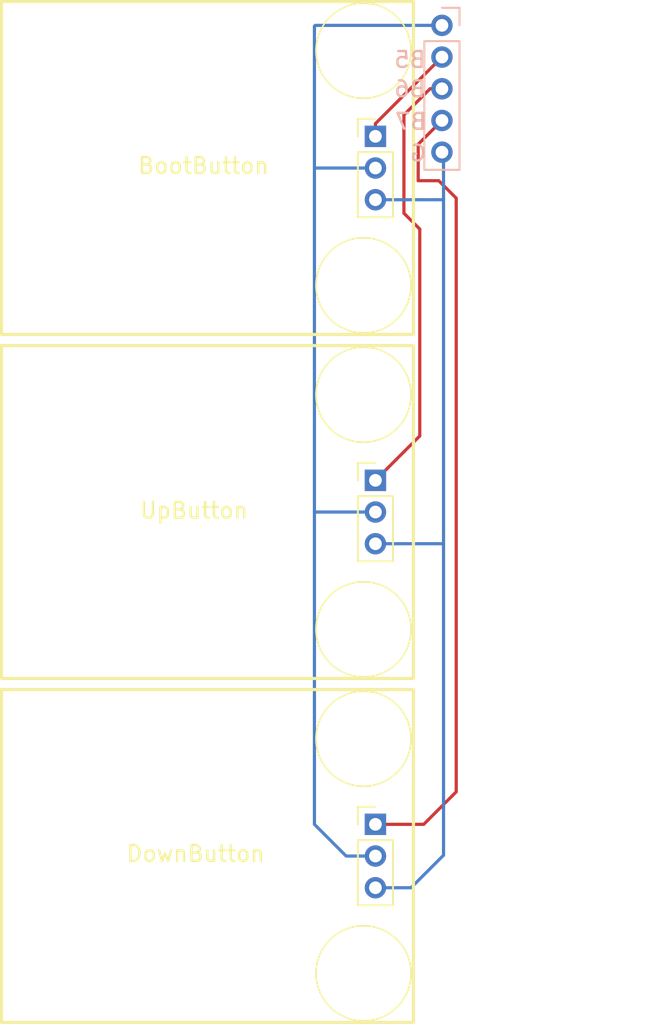
<source format=kicad_pcb>
(kicad_pcb (version 20241229) (generator "pcbnew") (generator_version "9.0")
  (layers (0 "F.Cu" signal) (2 "B.Cu" signal) (13 "F.Paste" user) (15 "B.Paste" user) (5 "F.SilkS" user "F.Silkscreen") (7 "B.SilkS" user "B.Silkscreen") (1 "F.Mask" user) (3 "B.Mask" user) (25 "Edge.Cuts" user))
  (net 0 "")
  (footprint "Connector_PinHeader_2.00mm:PinHeader_1x03_P2.00mm_Vertical" (layer "F.Cu") (at 23.9 8.8)
    (property "Reference" "BootButton" (at -10.85 1.85 0) (layer "F.SilkS"))
    (property "Value" "PinHeader_1x03_P2.00mm_Vertical")
    (fp_line (start -1.11 -1.11) (end 0 -1.11) (stroke (width 0.12)) (layer "F.SilkS"))
    (fp_line (start -1.11 0) (end -1.11 -1.11) (stroke (width 0.12)) (layer "F.SilkS"))
    (fp_line (start -1.11 1) (end -1.11 5.11) (stroke (width 0.12)) (layer "F.SilkS"))
    (fp_line (start -1.11 1) (end 1.11 1) (stroke (width 0.12)) (layer "F.SilkS"))
    (fp_line (start -1.11 5.11) (end 1.11 5.11) (stroke (width 0.12)) (layer "F.SilkS"))
    (fp_line (start 1.11 1) (end 1.11 5.11) (stroke (width 0.12)) (layer "F.SilkS"))
    (pad "1" thru_hole rect (at 0 0) (size 1.35 1.35) (drill 0.8) (layers "*.Cu" "*.Mask"))
    (pad "2" thru_hole circle (at 0 2) (size 1.35 1.35) (drill 0.8) (layers "*.Cu" "*.Mask"))
    (pad "3" thru_hole circle (at 0 4) (size 1.35 1.35) (drill 0.8) (layers "*.Cu" "*.Mask"))
  )
  (footprint "Connector_PinHeader_2.00mm:PinHeader_1x03_P2.00mm_Vertical" (layer "F.Cu") (at 23.9 52.2)
    (property "Reference" "DownButton" (at -11.35 1.85 0) (layer "F.SilkS"))
    (property "Value" "PinHeader_1x03_P2.00mm_Vertical")
    (fp_line (start -1.11 -1.11) (end 0 -1.11) (stroke (width 0.12)) (layer "F.SilkS"))
    (fp_line (start -1.11 0) (end -1.11 -1.11) (stroke (width 0.12)) (layer "F.SilkS"))
    (fp_line (start -1.11 1) (end -1.11 5.11) (stroke (width 0.12)) (layer "F.SilkS"))
    (fp_line (start -1.11 1) (end 1.11 1) (stroke (width 0.12)) (layer "F.SilkS"))
    (fp_line (start -1.11 5.11) (end 1.11 5.11) (stroke (width 0.12)) (layer "F.SilkS"))
    (fp_line (start 1.11 1) (end 1.11 5.11) (stroke (width 0.12)) (layer "F.SilkS"))
    (pad "1" thru_hole rect (at 0 0) (size 1.35 1.35) (drill 0.8) (layers "*.Cu" "*.Mask"))
    (pad "2" thru_hole circle (at 0 2) (size 1.35 1.35) (drill 0.8) (layers "*.Cu" "*.Mask"))
    (pad "3" thru_hole circle (at 0 4) (size 1.35 1.35) (drill 0.8) (layers "*.Cu" "*.Mask"))
  )
  (footprint "Connector_PinHeader_2.00mm:PinHeader_1x03_P2.00mm_Vertical" (layer "F.Cu") (at 23.9 30.5)
    (property "Reference" "UpButton" (at -11.45 1.9 0) (layer "F.SilkS"))
    (property "Value" "PinHeader_1x03_P2.00mm_Vertical")
    (fp_line (start -1.11 -1.11) (end 0 -1.11) (stroke (width 0.12)) (layer "F.SilkS"))
    (fp_line (start -1.11 0) (end -1.11 -1.11) (stroke (width 0.12)) (layer "F.SilkS"))
    (fp_line (start -1.11 1) (end -1.11 5.11) (stroke (width 0.12)) (layer "F.SilkS"))
    (fp_line (start -1.11 1) (end 1.11 1) (stroke (width 0.12)) (layer "F.SilkS"))
    (fp_line (start -1.11 5.11) (end 1.11 5.11) (stroke (width 0.12)) (layer "F.SilkS"))
    (fp_line (start 1.11 1) (end 1.11 5.11) (stroke (width 0.12)) (layer "F.SilkS"))
    (pad "1" thru_hole rect (at 0 0) (size 1.35 1.35) (drill 0.8) (layers "*.Cu" "*.Mask"))
    (pad "2" thru_hole circle (at 0 2) (size 1.35 1.35) (drill 0.8) (layers "*.Cu" "*.Mask"))
    (pad "3" thru_hole circle (at 0 4) (size 1.35 1.35) (drill 0.8) (layers "*.Cu" "*.Mask"))
  )
  (footprint "Connector_PinHeader_2.00mm:PinHeader_1x05_P2.00mm_Vertical" (layer "B.Cu") (at 28.1 1.8 180)
    (property "Reference" "REF**" (hide yes))
    (property "Value" "PinHeader_1x05_P2.00mm_Vertical")
    (fp_line (start 1.11 -1) (end 1.11 -9.11) (stroke (width 0.12)) (layer "B.SilkS"))
    (fp_line (start -1.11 1.11) (end 0 1.11) (stroke (width 0.12)) (layer "B.SilkS"))
    (fp_line (start -1.11 0) (end -1.11 1.11) (stroke (width 0.12)) (layer "B.SilkS"))
    (fp_line (start -1.11 -1) (end 1.11 -1) (stroke (width 0.12)) (layer "B.SilkS"))
    (fp_line (start -1.11 -1) (end -1.11 -9.11) (stroke (width 0.12)) (layer "B.SilkS"))
    (fp_line (start -1.11 -9.11) (end 1.11 -9.11) (stroke (width 0.12)) (layer "B.SilkS"))
    (pad "5" thru_hole circle (at 0 -2 180) (size 1.35 1.35) (drill 0.8) (layers "*.Cu" "*.Mask"))
    (pad "6" thru_hole circle (at 0 -4 180) (size 1.35 1.35) (drill 0.8) (layers "*.Cu" "*.Mask"))
    (pad "7" thru_hole circle (at 0 -6 180) (size 1.35 1.35) (drill 0.8) (layers "*.Cu" "*.Mask"))
    (pad "GND" thru_hole circle (at 0 -8 180) (size 1.35 1.35) (drill 0.8) (layers "*.Cu" "*.Mask"))
    (pad "VCC" thru_hole circle (at 0 0 180) (size 1.35 1.35) (drill 0.8) (layers "*.Cu" "*.Mask"))
  )
  (gr_rect (start 0.3 22) (end 26.3 43) (stroke (width 0.2)) (fill no) (layer "F.SilkS"))
  (gr_circle (center 23.15 61.6) (end 26.15 61.6) (stroke (width 0.1)) (fill no) (layer "F.SilkS"))
  (gr_circle (center 23.15 25.1) (end 26.15 25.1) (stroke (width 0.1)) (fill no) (layer "F.SilkS"))
  (gr_circle (center 23.15 39.9) (end 26.15 39.9) (stroke (width 0.1)) (fill no) (layer "F.SilkS"))
  (gr_rect (start 0.3 0.3) (end 26.3 21.3) (stroke (width 0.2)) (fill no) (layer "F.SilkS"))
  (gr_circle (center 23.15 18.2) (end 26.15 18.2) (stroke (width 0.1)) (fill no) (layer "F.SilkS"))
  (gr_circle (center 23.15 3.4) (end 26.15 3.4) (stroke (width 0.1)) (fill no) (layer "F.SilkS"))
  (gr_circle (center 23.15 46.8) (end 26.15 46.8) (stroke (width 0.1)) (fill no) (layer "F.SilkS"))
  (gr_rect (start 0.3 43.7) (end 26.3 64.7) (stroke (width 0.2)) (fill no) (layer "F.SilkS"))
  (gr_text "G" (at 27.2 10.45 0) (layer "B.SilkS") (effects (font (size 1 1)) (justify left bottom mirror)))
  (gr_text "B7" (at 27.20238 8.45 0) (layer "B.SilkS") (effects (font (size 1 1)) (justify left bottom mirror)))
  (gr_text "B5" (at 27.15238 4.55 0) (layer "B.SilkS") (effects (font (size 1 1)) (justify left bottom mirror)))
  (gr_text "B6" (at 27.15238 6.4 0) (layer "B.SilkS") (effects (font (size 1 1)) (justify left bottom mirror)))
  (segment (start 25.7 13.65) (end 25.7 7.45) (width 0.2) (layers "F.Cu" "F.Mask") (net 0))
  (segment (start 29 50.15) (end 29 12.7) (width 0.2) (layers "F.Cu" "F.Mask") (net 0))
  (segment (start 25.7 7.45) (end 27.35 5.8) (width 0.2) (layers "F.Cu" "F.Mask") (net 0))
  (segment (start 23.9 52.2) (end 26.95 52.2) (width 0.2) (layers "F.Cu" "F.Mask") (net 0))
  (segment (start 29 12.7) (end 27.9 11.6) (width 0.2) (layers "F.Cu" "F.Mask") (net 0))
  (segment (start 23.9 8.8) (end 23.9 8) (width 0.2) (layer "F.Cu") (net 0))
  (segment (start 28.2 9.9) (end 28.1 9.8) (width 0.2) (layer "F.Cu") (net 0))
  (segment (start 27.9 11.6) (end 26.6 11.6) (width 0.2) (layers "F.Cu" "F.Mask") (net 0))
  (segment (start 26.6 9.3) (end 28.1 7.8) (width 0.2) (layers "F.Cu" "F.Mask") (net 0))
  (segment (start 28.15 7.75) (end 28.1 7.8) (width 0.2) (layer "F.Cu") (net 0))
  (segment (start 26.95 52.2) (end 29 50.15) (width 0.2) (layers "F.Cu" "F.Mask") (net 0))
  (segment (start 23.85 52.25) (end 23.9 52.2) (width 0.2) (layer "F.Cu") (net 0))
  (segment (start 26.6 11.6) (end 26.6 9.3) (width 0.2) (layers "F.Cu" "F.Mask") (net 0))
  (segment (start 23.9 30.5) (end 26.7 27.7) (width 0.2) (layers "F.Cu" "F.Mask") (net 0))
  (segment (start 23.9 8) (end 28.1 3.8) (width 0.2) (layers "F.Cu" "F.Mask") (net 0))
  (segment (start 26.7 14.65) (end 25.7 13.65) (width 0.2) (layers "F.Cu" "F.Mask") (net 0))
  (segment (start 26.7 27.7) (end 26.7 14.65) (width 0.2) (layers "F.Cu" "F.Mask") (net 0))
  (segment (start 27.35 5.8) (end 28.1 5.8) (width 0.2) (layer "F.Cu") (net 0))
  (segment (start 28.2 12.75) (end 28.2 9.9) (width 0.2) (layers "B.Cu" "B.Mask") (net 0))
  (segment (start 23.9 56.2) (end 26.15 56.2) (width 0.2) (layers "B.Cu" "B.Mask") (net 0))
  (segment (start 20.05 32.5) (end 20.05 52.2) (width 0.2) (layers "B.Cu" "B.Mask") (net 0))
  (segment (start 23.9 10.8) (end 20.1 10.8) (width 0.2) (layers "B.Cu" "B.Mask") (net 0))
  (segment (start 20.05 52.2) (end 22.05 54.2) (width 0.2) (layers "B.Cu" "B.Mask") (net 0))
  (segment (start 20.05 10.75) (end 20.05 32.5) (width 0.2) (layers "B.Cu" "B.Mask") (net 0))
  (segment (start 28.1 1.8) (end 20.1 1.8) (width 0.2) (layers "B.Cu" "B.Mask") (net 0))
  (segment (start 23.9 34.5) (end 28.15 34.5) (width 0.2) (layers "B.Cu" "B.Mask") (net 0))
  (segment (start 22.05 54.2) (end 23.9 54.2) (width 0.2) (layers "B.Cu" "B.Mask") (net 0))
  (segment (start 20.05 1.85) (end 20.05 10.75) (width 0.2) (layers "B.Cu" "B.Mask") (net 0))
  (segment (start 23.9 12.8) (end 28.15 12.8) (width 0.2) (layers "B.Cu" "B.Mask") (net 0))
  (segment (start 26.15 56.2) (end 28.2 54.15) (width 0.2) (layers "B.Cu" "B.Mask") (net 0))
  (segment (start 23.9 32.5) (end 20.05 32.5) (width 0.2) (layers "B.Cu" "B.Mask") (net 0))
  (segment (start 28.2 54.15) (end 28.2 34.55) (width 0.2) (layers "B.Cu" "B.Mask") (net 0))
  (segment (start 28.2 34.55) (end 28.2 12.75) (width 0.2) (layers "B.Cu" "B.Mask") (net 0))
)
</source>
